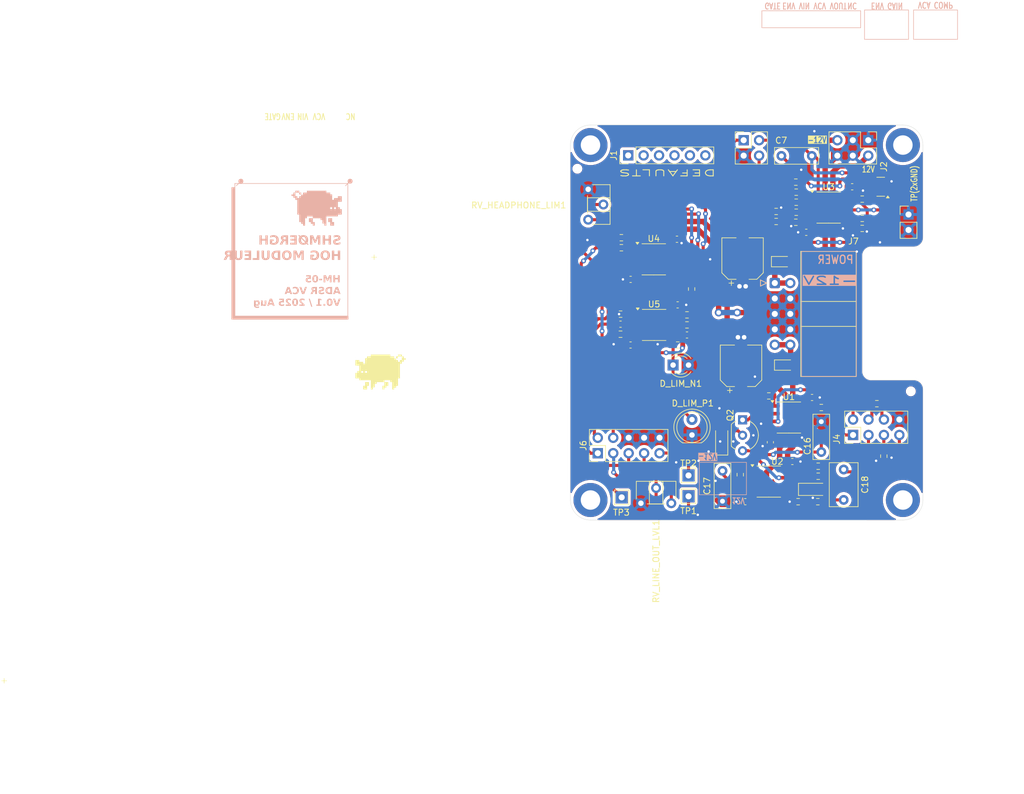
<source format=kicad_pcb>
(kicad_pcb (version 20241229) (generator "pcbnew") (generator_version "9.0")
  (layers (0 "F.Cu" signal) (2 "B.Cu" signal) (13 "F.Paste" user) (15 "B.Paste" user) (5 "F.SilkS" user "F.Silkscreen") (7 "B.SilkS" user "B.Silkscreen") (1 "F.Mask" user) (3 "B.Mask" user) (25 "Edge.Cuts" user))
  (net 0 "")
  (net 1 "GND")
  (net 2 "+12V")
  (net 3 "-12V")
  (net 4 "LFO_TRI")
  (net 5 "Net-(U3A--)")
  (net 6 "OUTPUT_VOL_2")
  (net 7 "Net-(U2B--)")
  (net 8 "Net-(U5A-+)")
  (net 9 "Net-(U5B--)")
  (net 10 "OUTPUT_LINE_OUT")
  (net 11 "Net-(Q2-S)")
  (net 12 "CRUSH_TRIG")
  (net 13 "Net-(U2A--)")
  (net 14 "Net-(D2-K)")
  (net 15 "Net-(D3-K)")
  (net 16 "Net-(D3-A)")
  (net 17 "Net-(D4-A)")
  (net 18 "Net-(D4-K)")
  (net 23 "Net-(D1-A)")
  (net 26 "RV_CRUSH_3")
  (net 27 "RV_CRUSH_1")
  (net 28 "CRUSH_OUT")
  (net 29 "RV_CRUSH_2")
  (net 30 "CRUSH_IN")
  (net 31 "CRUSH_TRIG_DEFAULT")
  (net 32 "LFO_RATE")
  (net 33 "LFO_SQR")
  (net 34 "OUTPUT_VOL_3")
  (net 35 "OUTPUT_IN")
  (net 36 "OUTPUT_DRIVE_3")
  (net 37 "OUTPUT_DRIVE_1")
  (net 38 "OUTPUT_PHONES_OUT")
  (net 39 "Net-(Q2-D)")
  (net 40 "Net-(Q4-B)")
  (net 41 "Net-(Q4-C)")
  (net 42 "Net-(U1B--)")
  (net 43 "Net-(U3A-+)")
  (net 44 "Net-(R26-Pad1)")
  (net 45 "Net-(U3B-+)")
  (net 46 "Net-(R12-Pad2)")
  (net 47 "Net-(R13-Pad2)")
  (net 48 "Net-(U4B--)")
  (net 49 "Net-(U4A--)")
  (net 50 "Net-(U4A-+)")
  (net 51 "Net-(D_LIM_N1-K)")
  (footprint "Resistor_SMD:R_0603_1608Metric" (layer "F.Cu") (at 172.006 59.367)
    (property "Reference" "R9")
    (property "Value" "47k")
  )
  (footprint "Package_SO:SOIC-8_3.9x4.9mm_P1.27mm" (layer "F.Cu") (at 137.768 76.893)
    (property "Reference" "U5")
    (property "Value" "TL072")
  )
  (footprint "Capacitor_SMD:C_0603_1608Metric" (layer "F.Cu") (at 162.8 61.653)
    (property "Reference" "C6")
    (property "Value" "100n")
  )
  (footprint "Capacitor_SMD:C_0603_1608Metric_Pad1.08x0.95mm_HandSolder" (layer "F.Cu") (at 132.242 76.766)
    (property "Reference" "C14")
    (property "Value" "1u")
  )
  (footprint "Resistor_SMD:R_0603_1608Metric" (layer "F.Cu") (at 172.007 56.192)
    (property "Reference" "R7")
    (property "Value" "10k")
  )
  (footprint "Capacitor_THT:C_Rect_L7.0mm_W2.5mm_P5.00mm" (layer "F.Cu") (at 163.711 49.08 180)
    (property "Reference" "C7")
    (property "Value" "22n-47n (foil)")
  )
  (footprint "Package_SO:SOIC-8_3.9x4.9mm_P1.27mm" (layer "F.Cu") (at 137.716 66.098)
    (property "Reference" "U4")
    (property "Value" "NE5532")
  )
  (footprint "Capacitor_SMD:C_0603_1608Metric" (layer "F.Cu") (at 170.355 54.16)
    (property "Reference" "C5")
    (property "Value" "100n")
  )
  (footprint "Diode_SMD:D_SOD-123" (layer "F.Cu") (at 148.892 95.943 90)
    (property "Reference" "D4")
    (property "Value" "1N4148")
  )
  (footprint "Resistor_SMD:R_0603_1608Metric" (layer "F.Cu") (at 132.255 75.115)
    (property "Reference" "R24")
    (property "Value" "47k")
  )
  (footprint "Resistor_SMD:R_0603_1608Metric" (layer "F.Cu") (at 156.639 88.577)
    (property "Reference" "R16")
    (property "Value" "1M")
  )
  (footprint "MountingHole:ToolingHole_1.152mm" (layer "F.Cu") (at 125.143 51.197)
    (property "Reference" "REF**" (hide yes))
    (property "Value" "ToolingHole_1.152mm")
  )
  (footprint "LED_THT:LED_D3.0mm" (layer "F.Cu") (at 140.891 83.497)
    (property "Reference" "D_LIM_N1")
    (property "Value" "Red LED")
  )
  (footprint "Resistor_SMD:R_0603_1608Metric" (layer "F.Cu") (at 132.382 64.193)
    (property "Reference" "R15")
    (property "Value" "100")
  )
  (footprint "MountingHole:MountingHole_3.2mm_M3_DIN965_Pad" (layer "F.Cu") (at 178.7 105.7)
    (property "Reference" "H2")
    (property "Value" "MountingHole")
  )
  (footprint "Package_TO_SOT_THT:TO-92_Inline_Wide" (layer "F.Cu") (at 152.321 92.514 -90)
    (property "Reference" "Q2")
    (property "Value" "2N3819")
  )
  (footprint "Capacitor_THT:C_Rect_L7.2mm_W2.5mm_P5.00mm_FKS2_FKP2_MKS2_MKP2" (layer "F.Cu") (at 149.019 100.896 -90)
    (property "Reference" "C17")
    (property "Value" "100n (foil)")
  )
  (footprint "Resistor_SMD:R_0603_1608Metric" (layer "F.Cu") (at 151.94 101.531 90)
    (property "Reference" "R18")
    (property "Value" "10k")
  )
  (footprint "TestPoint:TestPoint_THTPad_2.0x2.0mm_Drill1.0mm" (layer "F.Cu") (at 143.431 101.658)
    (property "Reference" "TP2")
    (property "Value" "MAINOUT")
  )
  (footprint "Capacitor_SMD:C_0603_1608Metric" (layer "F.Cu") (at 141.64 73.591)
    (property "Reference" "C10")
    (property "Value" "100n")
  )
  (footprint "MountingHole:MountingHole_3.2mm_M3_DIN965_Pad" (layer "F.Cu") (at 127.3 47.3)
    (property "Reference" "H1")
    (property "Value" "MountingHole")
  )
  (footprint "Resistor_SMD:R_0603_1608Metric" (layer "F.Cu") (at 161.149 58.351 180)
    (property "Reference" "R3")
    (property "Value" "100k")
  )
  (footprint "Connector_PinHeader_2.54mm:PinHeader_1x06_P2.54mm_Vertical" (layer "F.Cu") (at 133.5 49 90)
    (property "Reference" "J1")
    (property "Value" "Conn_01x06")
  )
  (footprint "Resistor_SMD:R_0603_1608Metric" (layer "F.Cu") (at 143.939 70.987 90)
    (property "Reference" "R13")
    (property "Value" "1k")
  )
  (footprint "Resistor_SMD:R_0603_1608Metric" (layer "F.Cu") (at 174.419 89.847 180)
    (property "Reference" "R19")
    (property "Value" "100k")
  )
  (footprint "Potentiometer_THT:Potentiometer_ACP_CA6-H2,5_Horizontal" (layer "F.Cu") (at 126.921 54.581)
    (property "Reference" "RV_HEADPHONE_LIM1")
    (property "Value" "100k")
  )
  (footprint "Connector_PinHeader_2.54mm:PinHeader_2x03_P2.54mm_Vertical" (layer "F.Cu") (at 173 46.5 -90)
    (property "Reference" "J2")
    (property "Value" "Conn_02x03_Odd_Even")
  )
  (footprint "TestPoint:TestPoint_THTPad_2.0x2.0mm_Drill1.0mm" (layer "F.Cu") (at 132.4328 105.2648)
    (property "Reference" "TP3")
    (property "Value" "PHONES_OUT")
  )
  (footprint "Resistor_SMD:R_0603_1608Metric" (layer "F.Cu") (at 157.845 58.224)
    (property "Reference" "R27")
    (property "Value" "47k")
  )
  (footprint "Diode_SMD:D_SOD-123" (layer "F.Cu") (at 163.878 103.944)
    (property "Reference" "D3")
    (property "Value" "1N4148")
  )
  (footprint "Capacitor_SMD:C_0603_1608Metric" (layer "F.Cu") (at 156.893 96.197 90)
    (property "Reference" "C2")
    (property "Value" "100n")
  )
  (footprint "Connector_PinHeader_2.54mm:PinHeader_2x04_P2.54mm_Vertical" (layer "F.Cu") (at 170.5 95 90)
    (property "Reference" "J4")
    (property "Value" "Conn_02x04_Odd_Even")
  )
  (footprint "Resistor_SMD:R_0603_1608Metric" (layer "F.Cu") (at 141.653 80.195)
    (property "Reference" "R25")
    (property "Value" "1k")
  )
  (footprint "Capacitor_SMD:C_0603_1608Metric" (layer "F.Cu") (at 160.511 99.372)
    (property "Reference" "C3")
    (property "Value" "100n")
  )
  (footprint "Capacitor_SMD:C_0603_1608Metric" (layer "F.Cu") (at 143.177 78.544)
    (property "Reference" "C15")
    (property "Value" "100p")
  )
  (footprint "Capacitor_THT:C_Rect_L7.0mm_W4.5mm_P5.00mm" (layer "F.Cu") (at 168.958 100.682 -90)
    (property "Reference" "C18")
    (property "Value" "1u (foil)")
  )
  (footprint "Capacitor_SMD:C_0603_1608Metric" (layer "F.Cu") (at 133.893 80.195)
    (property "Reference" "C11")
    (property "Value" "100n")
  )
  (footprint "Resistor_SMD:R_0603_1608Metric" (layer "F.Cu") (at 143.177 76.893 180)
    (property "Reference" "R11")
    (property "Value" "4.7k")
  )
  (footprint "TestPoint:TestPoint_THTPad_2.0x2.0mm_Drill1.0mm" (layer "F.Cu") (at 143.431 105.087)
    (property "Reference" "TP1")
    (property "Value" "MAX_LINEOUT")
  )
  (footprint "Resistor_SMD:R_0603_1608Metric" (layer "F.Cu") (at 157.845 59.875 180)
    (property "Reference" "R26")
    (property "Value" "12k")
  )
  (footprint "Resistor_SMD:R_0603_1608Metric" (layer "F.Cu") (at 172.006 61.018)
    (property "Reference" "R8")
    (property "Value" "47k")
  )
  (footprint "Connector_PinHeader_2.54mm:PinHeader_2x02_P2.54mm_Vertical" (layer "F.Cu") (at 152.5 46.5)
    (property "Reference" "J5")
    (property "Value" "Conn_02x02_Odd_Even")
  )
  (footprint "Capacitor_SMD:C_0603_1608Metric" (layer "F.Cu") (at 133.906 69.4)
    (property "Reference" "C13")
    (property "Value" "100n")
  )
  (footprint "Resistor_SMD:R_0603_1608Metric" (layer "F.Cu") (at 164.767 101.785 180)
    (property "Reference" "R1")
    (property "Value" "33k")
  )
  (footprint "Capacitor_SMD:CP_Elec_6.3x7.7" (layer "F.Cu") (at 152.067 83.624 90)
    (property "Reference" "C8")
    (property "Value" "100u")
  )
  (footprint "Connector_PinHeader_2.54mm:PinHeader_1x02_P2.54mm_Vertical" (layer "F.Cu") (at 179.626 58.727)
    (property "Reference" "J3")
    (property "Value" "Conn_01x02")
  )
  (footprint "LED_THT:LED_D5.0mm" (layer "F.Cu") (at 144 95 90)
    (property "Reference" "D_LIM_P1")
    (property "Value" "Red LED")
  )
  (footprint "Resistor_SMD:R_0603_1608Metric" (layer "F.Cu") (at 143.177 75.242 180)
    (property "Reference" "R12")
    (property "Value" "150")
  )
  (footprint "Diode_SMD:D_SOD-323" (layer "F.Cu") (at 158.671 66.479)
    (property "Reference" "D2")
    (property "Value" "1N5817")
  )
  (footprint "Package_SO:SOIC-8_3.9x4.9mm_P1.27mm" (layer "F.Cu") (at 166.483 57.589)
    (property "Reference" "U3")
    (property "Value" "TL072")
  )
  (footprint "MountingHole:MountingHole_3.2mm_M3_DIN965_Pad" (layer "F.Cu") (at 178.7 47.3)
    (property "Reference" "H4")
    (property "Value" "MountingHole")
  )
  (footprint "Shmoergh_Logo:Gyeszno" (layer "F.Cu") (at 92.758 84.64)
    (property "Reference" "G***" (hide yes))
    (property "Value" "LOGO" (hide yes))
  )
  (footprint "Resistor_SMD:R_0603_1608Metric" (layer "F.Cu") (at 161.149 56.7)
    (property "Reference" "R2")
    (property "Value" "100k")
  )
  (footprint "Package_SO:SOIC-8_3.9x4.9mm_P1.27mm" (layer "F.Cu") (at 159.941 92.133)
    (property "Reference" "U1")
    (property "Value" "TL072")
  )
  (footprint "Resistor_SMD:R_0603_1608Metric_Pad0.98x0.95mm_HandSolder" (layer "F.Cu") (at 132.242 78.417)
    (property "Reference" "R10")
    (property "Value" "100k")
  )
  (footprint "Connector_IDC:IDC-Header_2x05_P2.54mm_Horizontal" (layer "F.Cu") (at 157.6245 70)
    (property "Reference" "J7")
    (property "Value" "Conn_02x05_Odd_Even")
  )
  (footprint "Connector_PinHeader_2.54mm:PinHeader_2x05_P2.54mm_Vertical" (layer "F.Cu") (at 128.5 98 90)
    (property "Reference" "J6")
    (property "Value" "Conn_02x05_Odd_Even")
  )
  (footprint "Capacitor_THT:C_Rect_L7.2mm_W2.5mm_P5.00mm_FKS2_FKP2_MKS2_MKP2" (layer "F.Cu") (at 165.275 97.808 90)
    (property "Reference" "C16")
    (property "Value" "100n (foil)")
  )
  (footprint "Capacitor_SMD:CP_Elec_6.3x7.7" (layer "F.Cu") (at 152.321 65.971 90)
    (property "Reference" "C9")
    (property "Value" "100u")
  )
  (footprint "Resistor_SMD:R_0603_1608Metric" (layer "F.Cu") (at 161.084 53.398 180)
    (property "Reference" "R4")
    (property "Value" "100k")
  )
  (footprint "Resistor_SMD:R_0603_1608Metric" (layer "F.Cu") (at 161.146 55.049)
    (property "Reference" "R5")
    (property "Value" "100k")
  )
  (footprint "Diode_SMD:D_SOD-323" (layer "F.Cu") (at 159.179 83.497)
    (property "Reference" "D1")
    (property "Value" "1N5817")
  )
  (footprint "MountingHole:MountingHole_3.2mm_M3_DIN965_Pad" (layer "F.Cu") (at 127.3 105.7)
    (property "Reference" "H3")
    (property "Value" "MountingHole")
  )
  (footprint "Package_SO:SOIC-8_3.9x4.9mm_P1.27mm" (layer "F.Cu") (at 156.639 102.674)
    (property "Reference" "U2")
    (property "Value" "TL072")
  )
  (footprint "Resistor_SMD:R_0603_1608Metric" (layer "F.Cu") (at 164.767 100.134 180)
    (property "Reference" "R22")
    (property "Value" "100k")
  )
  (footprint "Resistor_SMD:R_0603_1608Metric" (layer "F.Cu") (at 132.382 62.542)
    (property "Reference" "R14")
    (property "Value" "100")
  )
  (footprint "MountingHole:ToolingHole_1.152mm" (layer "F.Cu") (at 180.007 87.815)
    (property "Reference" "REF**" (hide yes))
    (property "Value" "ToolingHole_1.152mm")
  )
  (footprint "Potentiometer_THT:Potentiometer_ACP_CA6-H2,5_Horizontal" (layer "F.Cu") (at 135.597 106.23 90)
    (property "Reference" "RV_LINE_OUT_LVL1")
    (property "Value" "10k")
  )
  (footprint "Resistor_SMD:R_0603_1608Metric" (layer "F.Cu") (at 165.275 90.482)
    (property "Reference" "R17")
    (property "Value" "1k")
  )
  (footprint "Capacitor_SMD:C_0603_1608Metric" (layer "F.Cu") (at 141.526 62.796)
    (property "Reference" "C12")
    (property "Value" "100n")
  )
  (footprint "Resistor_SMD:R_0603_1608Metric" (layer "F.Cu") (at 161.465 105.976)
    (property "Reference" "R23")
    (property "Value" "100k")
  )
  (footprint "Capacitor_SMD:C_0603_1608Metric" (layer "F.Cu") (at 152.764 105.976)
    (property "Reference" "C4")
    (property "Value" "100n")
  )
  (footprint "Package_TO_SOT_SMD:SOT-23" (layer "F.Cu") (at 175.054 54.16 180)
    (property "Reference" "Q4")
    (property "Value" "BC848")
  )
  (footprint "Resistor_SMD:R_0603_1608Metric" (layer "F.Cu") (at 164.704 105.976)
    (property "Reference" "R21")
    (property "Value" "100k")
  )
  (footprint "Resistor_SMD:R_0603_1608Metric" (layer "F.Cu") (at 175.562 98.483 90)
    (property "Reference" "R20")
    (property "Value" "10k")
  )
  (footprint "Resistor_SMD:R_0603_1608Metric" (layer "F.Cu") (at 161.085 60.002 180)
    (property "Reference" "R6")
    (property "Value" "100k")
  )
  (footprint "Capacitor_SMD:C_0603_1608Metric" (layer "F.Cu") (at 163.751 88.831)
    (property "Reference" "C1")
    (property "Value" "100n")
  )
  (footprint "Shmoergh_Logo:Gyeszno" (layer "B.Cu") (at 82.25 57.689 180)
    (property "Reference" "G***" (hide yes))
    (property "Value" "LOGO" (hide yes))
  )
  (gr_rect (start 145.209 99.499) (end 152.956 104.833) (stroke (width 0.1)) (fill no) (layer "B.SilkS"))
  (gr_rect (start 162.0365 64.786) (end 171.0535 85.36) (stroke (width 0.1)) (fill no) (layer "B.SilkS"))
  (gr_line (start 155.242 70.501) (end 155.242 69.485) (stroke (width 0.1)) (layer "B.SilkS"))
  (gr_line (start 87 54) (end 87.75 53.25) (stroke (width 0.1)) (layer "B.SilkS"))
  (gr_line (start 87.375 75.43475) (end 68.788 75.43475) (stroke (width 0.1)) (layer "B.SilkS"))
  (gr_line (start 156.258 69.993) (end 155.242 70.501) (stroke (width 0.1)) (layer "B.SilkS"))
  (gr_circle (center 69.778 53.25) (end 69.528 53) (stroke (width 0.1)) (fill yes) (layer "B.SilkS"))
  (gr_rect (start 180.4515 25.077) (end 187.6905 29.903) (stroke (width 0.1)) (fill no) (layer "B.SilkS"))
  (gr_rect (start 68.28 54.287125) (end 68.78 75.486125) (stroke (width 0.1)) (fill yes) (layer "B.SilkS"))
  (gr_circle (center 87.75 53.25) (end 87.5 53) (stroke (width 0.1)) (fill yes) (layer "B.SilkS"))
  (gr_line (start 87.375 53.625) (end 87.375 75.43475) (stroke (width 0.1)) (layer "B.SilkS"))
  (gr_line (start 87.375 53.625) (end 68.788 53.625) (stroke (width 0.1)) (layer "B.SilkS"))
  (gr_rect (start 155.496 25.204) (end 171.752 27.998) (stroke (width 0.1)) (fill no) (layer "B.SilkS"))
  (gr_line (start 155.242 69.485) (end 156.258 69.993) (stroke (width 0.1)) (layer "B.SilkS"))
  (gr_rect (start 172.387 25.077) (end 179.626 29.903) (stroke (width 0.1)) (fill no) (layer "B.SilkS"))
  (gr_line (start 69.028 54) (end 69.778 53.25) (stroke (width 0.1)) (layer "B.SilkS"))
  (gr_rect (start 68.28 75.486125) (end 87.419 75.959875) (stroke (width 0.1)) (fill yes) (layer "B.SilkS"))
  (gr_line (start 68.788 75.469) (end 68.788 53.625) (stroke (width 0.1)) (layer "B.SilkS"))
  (gr_arc (start 182 105.7) (mid 181.033452 108.033452) (end 178.7 109) (stroke (width 0.05)) (layer "Edge.Cuts"))
  (gr_line (start 173.5 64) (end 180.5 64) (stroke (width 0.05)) (layer "Edge.Cuts"))
  (gr_line (start 127.3 44) (end 178.7 44) (stroke (width 0.05)) (layer "Edge.Cuts"))
  (gr_arc (start 178.7 44) (mid 181.033452 44.966548) (end 182 47.3) (stroke (width 0.05)) (layer "Edge.Cuts"))
  (gr_arc (start 172 65.5) (mid 172.43934 64.43934) (end 173.5 64) (stroke (width 0.05)) (layer "Edge.Cuts"))
  (gr_line (start 172 84.5) (end 172 65.5) (stroke (width 0.05)) (layer "Edge.Cuts"))
  (gr_line (start 180.5 86) (end 173.5 86) (stroke (width 0.05)) (layer "Edge.Cuts"))
  (gr_arc (start 127.3 109) (mid 124.966548 108.033452) (end 124 105.7) (stroke (width 0.05)) (layer "Edge.Cuts"))
  (gr_line (start 178.7 109) (end 127.3 109) (stroke (width 0.05)) (layer "Edge.Cuts"))
  (gr_arc (start 124 47.3) (mid 124.966548 44.966548) (end 127.3 44) (stroke (width 0.05)) (layer "Edge.Cuts"))
  (gr_line (start 124 47.3) (end 124 105.7) (stroke (width 0.05)) (layer "Edge.Cuts"))
  (gr_arc (start 180.5 86) (mid 181.56066 86.43934) (end 182 87.5) (stroke (width 0.05)) (layer "Edge.Cuts"))
  (gr_arc (start 173.5 86) (mid 172.43934 85.56066) (end 172 84.5) (stroke (width 0.05)) (layer "Edge.Cuts"))
  (gr_line (start 182 87.5) (end 182 105.7) (stroke (width 0.05)) (layer "Edge.Cuts"))
  (gr_arc (start 182 62.5) (mid 181.56066 63.56066) (end 180.5 64) (stroke (width 0.05)) (layer "Edge.Cuts"))
  (gr_line (start 182 47.3) (end 182 62.5) (stroke (width 0.05)) (layer "Edge.Cuts"))
  (gr_text "+" (at 30.147 135.948 0) (layer "F.SilkS") (effects (font (size 1 1) (thickness 0.1)) (justify left bottom)))
  (gr_text "ENV" (at 77.54 42 180) (layer "F.SilkS") (effects (font (size 1 0.75) (thickness 0.15) (bold yes)) (justify bottom)))
  (gr_text "NC" (at 87.827 42 180) (layer "F.SilkS") (effects (font (size 1 0.75) (thickness 0.15) (bold yes)) (justify bottom)))
  (gr_text "GATE" (at 75 42 180) (layer "F.SilkS") (effects (font (size 1 0.75) (thickness 0.15) (bold yes)) (justify bottom)))
  (gr_text "DEFAULTS" (at 148.13 51.239 180) (layer "F.SilkS") (effects (font (size 1 2.25) (thickness 0.15) (bold yes)) (justify left bottom)))
  (gr_text "TP(2xGND)" (at 181.15 56.7 90) (layer "F.SilkS") (effects (font (size 1 0.75) (thickness 0.15) (bold yes)) (justify left bottom)))
  (gr_text "12V" (at 171.879 51.874 0) (layer "F.SilkS") (effects (font (size 1 0.75) (thickness 0.15) (bold yes)) (justify left bottom)))
  (gr_text "+" (at 91.02 66.265 0) (layer "F.SilkS") (effects (font (size 1 1) (thickness 0.1)) (justify left bottom)))
  (gr_text "VIN" (at 79.953 42 180) (layer "F.SilkS") (effects (font (size 1 0.75) (thickness 0.15) (bold yes)) (justify bottom)))
  (gr_text "VCV" (at 82.625 42 180) (layer "F.SilkS") (effects (font (size 1 0.75) (thickness 0.15) (bold yes)) (justify bottom)))
  (gr_text "-12V" (at 162.989 47.048 0) (layer "F.SilkS" knockout) (effects (font (size 1 0.75) (thickness 0.15) (bold yes)) (justify left bottom)))
  (gr_text "VOUT" (at 168.069 23.807 180) (layer "B.SilkS") (effects (font (size 1 0.75) (thickness 0.15) (bold yes)) (justify bottom mirror)))
  (gr_text "ENV GAIN" (at 176.07 23.807 180) (layer "B.SilkS") (effects (font (size 1 0.75) (thickness 0.15) (bold yes)) (justify bottom mirror)))
  (gr_text "SHMØERGH \nHOG MODULEUR" (at 86.314 66.452 0) (layer "B.SilkS") (effects (font (size 1.5 1.5) (thickness 0.28) (bold yes)) (justify left bottom mirror)))
  (gr_text "NC" (at 170.355 23.807 180) (layer "B.SilkS") (effects (font (size 1 0.75) (thickness 0.15) (bold yes)) (justify bottom mirror)))
  (gr_text "VCA COMP" (at 184.071 23.68 180) (layer "B.SilkS") (effects (font (size 1 0.75) (thickness 0.15) (bold yes)) (justify bottom mirror)))
  (gr_text "VCV" (at 165.021 23.807 180) (layer "B.SilkS") (effects (font (size 1 0.75) (thickness 0.15) (bold yes)) (justify bottom mirror)))
  (gr_text "-12V" (at 146.5425 97.975 180) (layer "B.SilkS" knockout) (effects (font (size 1 0.75) (thickness 0.15) (bold yes)) (justify bottom mirror)))
  (gr_text "12V" (at 151.6225 105.214 180) (layer "B.SilkS") (effects (font (size 1 0.75) (thickness 0.15) (bold yes)) (justify bottom mirror)))
  (gr_text "VIN" (at 162.481 23.807 180) (layer "B.SilkS") (effects (font (size 1 0.75) (thickness 0.15) (bold yes)) (justify bottom mirror)))
  (gr_text "HM-05\nADSR VCA\nV0.1 / 2025 Aug" (at 86.187 73.945 0) (layer "B.SilkS") (effects (font (size 1.15 1.15) (thickness 0.2) (bold yes)) (justify left bottom mirror)))
  (gr_text "GATE" (at 157.274 23.807 180) (layer "B.SilkS") (effects (font (size 1 0.75) (thickness 0.15) (bold yes)) (justify bottom mirror)))
  (gr_text "ENV" (at 159.941 23.807 180) (layer "B.SilkS") (effects (font (size 1 0.75) (thickness 0.15) (bold yes)) (justify bottom mirror)))
  (gr_text "-12V" (at 171.4345 70.374 0) (layer "B.SilkS" knockout) (effects (font (size 1.3 2.25) (thickness 0.25) (bold yes)) (justify left bottom mirror)))
  (gr_text "POWER" (at 170.6725 66.945 0) (layer "B.SilkS") (effects (font (size 1.35 1.15) (thickness 0.2) (bold yes)) (justify left bottom mirror)))
  (via (at 146.733 97.721) (size 0.8) (drill 0.4) (layers "F.Cu" "B.Cu") (net 1))
  (via (at 151.559 78.925) (size 1.27) (drill 0.75) (layers "F.Cu" "B.Cu") (net 1))
  (via (at 151.813 70.543) (size 1.27) (drill 0.75) (layers "F.Cu" "B.Cu") (net 1))
  (via (at 147.876 102.547) (size 0.8) (drill 0.4) (layers "F.Cu" "B.Cu") (net 1))
  (via (at 143.05 73.591) (size 0.8) (drill 0.4) (layers "F.Cu" "B.Cu") (net 1))
  (via (at 160.322 60.637) (size 0.8) (drill 0.4) (layers "F.Cu" "B.Cu") (net 1))
  (via (at 148.511 90.609) (size 0.8) (drill 0.4) (layers "F.Cu" "B.Cu") (net 1))
  (via (at 176.832 98.737) (size 0.8) (drill 0.4) (layers "F.Cu" "B.Cu") (net 1))
  (via (at 131.112 80.068) (size 0.8) (drill 0.4) (layers "F.Cu" "B.Cu") (net 1))
  (via (at 150.797 96.07) (size 0.8) (drill 0.4) (layers "F.Cu" "B.Cu") (net 1))
  (via (at 148.638 96.07) (size 0.8) (drill 0.4) (layers "F.Cu" "B.Cu") (net 1))
  (via (at 158.671 57.589) (size 0.8) (drill 0.4) (layers "F.Cu" "B.Cu") (net 1))
  (via (at 154.353 85.402) (size 0.8) (drill 0.4) (layers "F.Cu" "B.Cu") (net 1))
  (via (at 132.636 69.4) (size 0.8) (drill 0.4) (layers "F.Cu" "B.Cu") (net 1))
  (via (at 144.955 108.135) (size 0.8) (drill 0.4) (layers "F.Cu" "B.Cu") (net 1))
  (via (at 155.369 93.149) (size 0.8) (drill 0.4) (layers "F.Cu" "B.Cu") (net 1))
  (via (at 163.878 105.341) (size 0.8) (drill 0.4) (layers "F.Cu" "B.Cu") (net 1))
  (via (at 151.305 105.976) (size 0.8) (drill 0.4) (layers "F.Cu" "B.Cu") (net 1))
  (via (at 161.846 99.372) (size 0.8) (drill 0.4) (layers "F.Cu" "B.Cu") (net 1))
  (via (at 165.021 88.831) (size 0.8) (drill 0.4) (layers "F.Cu" "B.Cu") (net 1))
  (via (at 141.399 99.499) (size 0.8) (drill 0.4) (layers "F.Cu" "B.Cu") (net 1))
  (via (at 145.082 99.245) (size 0.8) (drill 0.4) (layers "F.Cu" "B.Cu") (net 1))
  (via (at 176.832 53.271) (size 0.8) (drill 0.4) (layers "F.Cu" "B.Cu") (net 1))
  (via (at 138.351 80.068) (size 0.8) (drill 0.4) (layers "F.Cu" "B.Cu") (net 1))
  (via (at 168.831 61.018) (size 0.8) (drill 0.4) (layers "F.Cu" "B.Cu") (net 1))
  (via (at 132.001 75.115) (size 0.8) (drill 0.4) (layers "F.Cu" "B.Cu") (net 1))
  (via (at 171.117 64.828) (size 0.8) (drill 0.4) (layers "F.Cu" "B.Cu") (net 1))
  (via (at 154.099 95.054) (size 0.8) (drill 0.4) (layers "F.Cu" "B.Cu") (net 1))
  (via (at 152.829 70.543) (size 1.27) (drill 0.75) (layers "F.Cu" "B.Cu") (net 1))
  (via (at 160.068 105.976) (size 0.8) (drill 0.4) (layers "F.Cu" "B.Cu") (net 1))
  (via (at 174.292 99.245) (size 0.8) (drill 0.4) (layers "F.Cu" "B.Cu") (net 1))
  (via (at 170.482 62.161) (size 0.8) (drill 0.4) (layers "F.Cu" "B.Cu") (net 1))
  (via (at 172.768 61.526) (size 0.8) (drill 0.4) (layers "F.Cu" "B.Cu") (net 1))
  (via (at 155.623 96.832) (size 0.8) (drill 0.4) (layers "F.Cu" "B.Cu") (net 1))
  (via (at 126.794 62.923) (size 0.8) (drill 0.4) (layers "F.Cu" "B.Cu") (net 1))
  (via (at 161.973 51.366) (size 0.8) (drill 0.4) (layers "F.Cu" "B.Cu") (net 1))
  (via (at 172.133 54.795) (size 0.8) (drill 0.4) (layers "F.Cu" "B.Cu") (net 1))
  (via (at 174.927 63.304) (size 0.8) (drill 0.4) (layers "F.Cu" "B.Cu") (net 1))
  (via (at 161.465 61.653) (size 0.8) (drill 0.4) (layers "F.Cu" "B.Cu") (net 1))
  (via (at 152.575 78.925) (size 1.27) (drill 0.75) (layers "F.Cu" "B.Cu") (net 1))
  (via (at 146.987 66.098) (size 0.8) (drill 0.4) (layers "F.Cu" "B.Cu") (net 1))
  (via (at 162.1 95.435) (size 0.8) (drill 0.4) (layers "F.Cu" "B.Cu") (net 1))
  (via (at 164.132 45.016) (size 0.8) (drill 0.4) (layers "F.Cu" "B.Cu") (net 1))
  (via (at 142.288 63.431) (size 0.8) (drill 0.4) (layers "F.Cu" "B.Cu") (net 1))
  (segment (start 163.37 70.797) (end 167.18 66.987) (width 0.889) (layer "F.Cu") (net 2))
  (segment (start 171.309 50.731) (end 173 49.04) (width 0.889) (layer "F.Cu") (net 2))
  (segment (start 160.576 85.783) (end 162.481 85.783) (width 0.889) (layer "F.Cu") (net 2))
  (segment (start 140.891 74.353) (end 140.891 73.617) (width 0.889) (layer "F.Cu") (net 2))
  (segment (start 162.481 85.783) (end 163.37 84.894) (width 0.889) (layer "F.Cu") (net 2))
  (segment (start 138.351 64.193) (end 138.351 74.353) (width 0.889) (layer "F.Cu") (net 2))
  (segment (start 159.736 99.372) (end 159.736 100.147) (width 0.889) (layer "F.Cu") (net 2))
  (segment (start 140.256 74.988) (end 140.891 74.353) (width 0.889) (layer "F.Cu") (net 2))
  (segment (start 154.353 83.497) (end 158.129 83.497) (width 0.889) (layer "F.Cu") (net 2))
  (segment (start 148.384 64.574) (end 144.955 61.145) (width 0.889) (layer "F.Cu") (net 2))
  (segment (start 138.986 74.988) (end 140.243 74.988) (width 0.889) (layer "F.Cu") (net 2))
  (segment (start 140.243 74.988) (end 140.256 74.988) (width 0.889) (layer "F.Cu") (net 2))
  (segment (start 162.976 89.668) (end 162.416 90.228) (width 0.889) (layer "F.Cu") (net 2))
  (segment (start 140.891 73.617) (end 140.865 73.591) (width 0.889) (layer "F.Cu") (net 2))
  (segment (start 168.958 55.684) (end 167.18 55.684) (width 0.889) (layer "F.Cu") (net 2))
  (segment (start 162.976 88.831) (end 162.976 89.668) (width 0.889) (layer "F.Cu") (net 2))
  (segment (start 138.351 61.78) (end 138.351 64.193) (width 0.889) (layer "F.Cu") (net 2))
  (segment (start 159.736 97.799) (end 159.736 99.372) (width 0.889) (layer "F.Cu") (net 2))
  (segment (start 158.129 84.987) (end 158.925 85.783) (width 0.889) (layer "F.Cu") (net 2))
  (segment (start 160.576 85.783) (end 160.576 90.228) (width 0.889) (layer "F.Cu") (net 2))
  (segment (start 152.067 84.386) (end 152.956 83.497) (width 0.889) (layer "F.Cu") (net 2))
  (segment (start 168.196 50.731) (end 171.309 50.731) (width 0.889) (layer "F.Cu") (net 2))
  (segment (start 167.18 66.987) (end 167.18 55.684) (width 0.889) (layer "F.Cu") (net 2))
  (segment (start 153.083 74.861) (end 151.432 74.861) (width 0.889) (layer "F.Cu") (net 2))
  (segment (start 163.37 84.894) (end 163.37 70.797) (width 0.889) (layer "F.Cu") (net 2))
  (segment (start 163.942 100.134) (end 162.989 100.134) (width 0.508) (layer "F.Cu") (net 2))
  (segment (start 159.736 100.147) (end 159.114 100.769) (width 0.889) (layer "F.Cu") (net 2))
  (segment (start 162.989 100.134) (end 162.354 100.769) (width 0.508) (layer "F.Cu") (net 2))
  (segment (start 154.353 76.131) (end 153.21 74.988) (width 0.889) (layer "F.Cu") (net 2))
  (segment (start 152.067 86.324) (end 152.067 84.386) (width 0.889) (layer "F.Cu") (net 2))
  (segment (start 167.18 55.684) (end 167.18 51.747) (width 0.889) (layer "F.Cu") (net 2))
  (segment (start 160.576 90.228) (end 160.576 96.959) (width 0.889) (layer "F.Cu") (net 2))
  (segment (start 169.58 54.16) (end 169.58 55.062) (width 0.889) (layer "F.Cu") (net 2))
  (segment (start 158.129 83.497) (end 158.129 84.987) (width 0.889) (layer "F.Cu") (net 2))
  (segment (start 148.384 74.861) (end 148.384 64.574) (width 0.889) (layer "F.Cu") (net 2))
  (segment (start 162.416 90.228) (end 160.576 90.228) (width 0.889) (layer "F.Cu") (net 2))
  (segment (start 160.576 96.959) (end 159.736 97.799) (width 0.889) (layer "F.Cu") (net 2))
  (segment (start 153.21 74.988) (end 153.083 74.861) (width 0.889) (layer "F.Cu") (net 2))
  (segment (start 138.986 61.145) (end 138.351 61.78) (width 0.889) (layer "F.Cu") (net 2))
  (segment (start 140.191 64.193) (end 140.191 63.356) (width 0.889) (layer "F.Cu") (net 2))
  (segment (start 167.18 51.747) (end 168.196 50.731) (width 0.889) (layer "F.Cu") (net 2))
  (segment (start 140.191 63.356) (end 140.751 62.796) (width 0.889) (layer "F.Cu") (net 2))
  (segment (start 162.354 100.769) (end 159.114 100.769) (width 0.508) (layer "F.Cu") (net 2))
  (segment (start 138.351 64.193) (end 140.191 64.193) (width 0.889) (layer "F.Cu") (net 2))
  (segment (start 169.58 55.062) (end 168.958 55.684) (width 0.889) (layer "F.Cu") (net 2))
  (segment (start 138.351 74.353) (end 138.986 74.988) (width 0.889) (layer "F.Cu") (net 2))
  (segment (start 154.353 83.497) (end 154.353 76.131) (width 0.889) (layer "F.Cu") (net 2))
  (segment (start 144.955 61.145) (end 138.986 61.145) (width 0.889) (layer "F.Cu") (net 2))
  (segment (start 158.925 85.783) (end 160.576 85.783) (width 0.889) (layer "F.Cu") (net 2))
  (segment (start 152.956 83.497) (end 154.353 83.497) (width 0.889) (layer "F.Cu") (net 2))
  (via (at 151.432 74.861) (size 1.27) (drill 0.75) (layers "F.Cu" "B.Cu") (net 2))
  (via (at 148.384 74.861) (size 1.27) (drill 0.75) (layers "F.Cu" "B.Cu") (net 2))
  (segment (start 151.432 74.861) (end 148.384 74.861) (width 0.889) (layer "B.Cu") (net 2))
  (segment (start 156.893 95.422) (end 156.893 94.611) (width 0.889) (layer "F.Cu") (net 3))
  (segment (start 163.575 59.927) (end 164.008 59.494) (width 0.889) (layer "F.Cu") (net 3))
  (segment (start 159.486 88.503) (end 157.909 86.926) (width 0.889) (layer "F.Cu") (net 3))
  (segment (start 134.668 79.306) (end 134.668 80.195) (width 0.889) (layer "F.Cu") (net 3))
  (segment (start 153.21 89.085) (end 150.67 89.085) (width 0.889) (layer "F.Cu") (net 3))
  (segment (start 155.496 104.579) (end 156.258 103.817) (width 0.889) (layer "F.Cu") (net 3))
  (segment (start 166.585 46.5) (end 165.91 47.175) (width 0.889) (layer "F.Cu") (net 3))
  (segment (start 138.478 59.875) (end 137.081 61.272) (width 0.889) (layer "F.Cu") (net 3))
  (segment (start 135.241 68.003) (end 135.176 68.003) (width 0.889) (layer "F.Cu") (net 3))
  (segment (start 157.909 86.926) (end 155.369 86.926) (width 0.889) (layer "F.Cu") (net 3))
  (segment (start 153.591 105.924) (end 153.539 105.976) (width 0.889) (layer "F.Cu") (net 3))
  (segment (start 154.164 104.579) (end 155.496 104.579) (width 0.889) (layer "F.Cu") (net 3))
  (segment (start 152.321 63.271) (end 156.479 63.271) (width 0.889) (layer "F.Cu") (net 3))
  (segment (start 137.081 68.003) (end 137.081 78.417) (width 0.889) (layer "F.Cu") (net 3))
  (segment (start 135.241 68.003) (end 137.081 68.003) (width 0.889) (layer "F.Cu") (net 3))
  (segment (start 165.91 59.494) (end 165.91 65.59) (width 0.889) (layer "F.Cu") (net 3))
  (segment (start 156.258 101.137692) (end 158.417 98.978692) (width 0.889) (layer "F.Cu") (net 3))
  (segment (start 165.021 66.479) (end 159.721 66.479) (width 0.889) (layer "F.Cu") (net 3))
  (segment (start 154.164 104.579) (end 154.099 104.579) (width 0.889) (layer "F.Cu") (net 3))
  (segment (start 167.92 46.5) (end 166.585 46.5) (width 0.889) (layer "F.Cu") (net 3))
  (segment (start 149.781 63.398) (end 149.908 63.271) (width 0.889) (layer "F.Cu") (net 3))
  (segment (start 156.258 103.817) (end 156.258 101.137692) (width 0.889) (layer "F.Cu") (net 3))
  (segment (start 159.486 94.038) (end 157.466 94.038) (width 0.889) (layer "F.Cu") (net 3))
  (segment (start 137.081 61.272) (end 137.081 68.003) (width 0.889) (layer "F.Cu") (net 3))
  (segment (start 137.081 78.417) (end 136.7 78.798) (width 0.889) (layer "F.Cu") (net 3))
  (segment (start 149.908 63.271) (end 149.24 63.271) (width 0.889) (layer "F.Cu") (net 3))
  (segment (start 135.176 68.003) (end 134.668 68.511) (width 0.889) (layer "F.Cu") (net 3))
  (segment (start 155.369 86.926) (end 153.21 89.085) (width 0.889) (layer "F.Cu") (net 3))
  (segment (start 159.486 94.038) (end 159.486 88.503) (width 0.889) (layer "F.Cu") (net 3))
  (segment (start 150.67 89.085) (end 149.781 88.196) (width 0.889) (layer "F.Cu") (net 3))
  (segment (start 149.781 88.196) (end 149.781 63.398) (width 0.889) (layer "F.Cu") (net 3))
  (segment (start 156.893 94.611) (end 157.466 94.038) (width 0.889) (layer "F.Cu") (net 3))
  (segment (start 145.844 59.875) (end 138.478 59.875) (width 0.889) (layer "F.Cu") (net 3))
  (segment (start 159.486 96.017) (end 159.486 94.038) (width 0.889) (layer "F.Cu") (net 3))
  (segment (start 158.417 97.086) (end 159.486 96.017) (width 0.889) (layer "F.Cu") (net 3))
  (segment (start 156.479 63.271) (end 159.687 66.479) (width 0.889) (layer "F.Cu") (net 3))
  (segment (start 135.176 78.798) (end 134.668 79.306) (width 0.889) (layer "F.Cu") (net 3))
  (segment (start 163.575 61.653) (end 163.575 59.927) (width 0.889) (layer "F.Cu") (net 3))
  (segment (start 158.417 98.978692) (end 158.417 97.086) (width 0.889) (layer "F.Cu") (net 3))
  (segment (start 136.7 78.798) (end 135.293 78.798) (width 0.889) (layer "F.Cu") (net 3))
  (segment (start 165.91 47.175) (end 165.91 59.494) (width 0.889) (layer "F.Cu") (net 3))
  (segment (start 153.591 105.087) (end 153.591 105.924) (width 0.889) (layer "F.Cu") (net 3))
  (segment (start 149.24 63.271) (end 145.844 59.875) (width 0.889) (layer "F.Cu") (net 3))
  (segment (start 154.099 104.579) (end 153.591 105.087) (width 0.889) (layer "F.Cu") (net 3))
  (segment (start 164.008 59.494) (end 165.91 59.494) (width 0.889) (layer "F.Cu") (net 3))
  (segment (start 135.293 78.798) (end 135.176 78.798) (width 0.889) (layer "F.Cu") (net 3))
  (segment (start 152.321 63.271) (end 149.908 63.271) (width 0.889) (layer "F.Cu") (net 3))
  (segment (start 165.91 65.59) (end 165.021 66.479) (width 0.889) (layer "F.Cu") (net 3))
  (segment (start 134.668 69.387) (end 134.681 69.4) (width 0.889) (layer "F.Cu") (net 3))
  (segment (start 134.668 68.511) (end 134.668 69.387) (width 0.889) (layer "F.Cu") (net 3))
  (segment (start 159.687 66.479) (end 159.721 66.479) (width 0.889) (layer "F.Cu") (net 3))
  (segment (start 173.911 57.97) (end 175.689 57.97) (width 0.508) (layer "F.Cu") (net 4))
  (segment (start 168.958 58.224) (end 170.101 58.224) (width 0.508) (layer "F.Cu") (net 4))
  (segment (start 161.131 46.5) (end 163.711 49.08) (width 0.508) (layer "F.Cu") (net 4))
  (segment (start 155.04 46.5) (end 161.131 46.5) (width 0.508) (layer "F.Cu") (net 4))
  (segment (start 177.34 51.874) (end 168.704 51.874) (width 0.508) (layer "F.Cu") (net 4))
  (segment (start 170.355 57.97) (end 171.371 57.97) (width 0.508) (layer "F.Cu") (net 4))
  (segment (start 178.229 52.763) (end 177.34 51.874) (width 0.508) (layer "F.Cu") (net 4))
  (segment (start 178.229 55.43) (end 178.229 52.763) (width 0.508) (layer "F.Cu") (net 4))
  (segment (start 164.008 55.684) (end 164.767 54.925) (width 0.508) (layer "F.Cu") (net 4))
  (segment (start 170.101 58.224) (end 170.355 57.97) (width 0.508) (layer "F.Cu") (net 4))
  (segment (start 164.132 49.08) (end 163.711 49.08) (width 0.508) (layer "F.Cu") (net 4))
  (segment (start 164.767 54.925) (end 164.767 49.715) (width 0.508) (layer "F.Cu") (net 4))
  (segment (start 175.689 57.97) (end 178.229 55.43) (width 0.508) (layer "F.Cu") (net 4))
  (segment (start 164.767 49.715) (end 164.132 49.08) (width 0.508) (layer "F.Cu") (net 4))
  (via (at 171.371 57.97) (size 0.8) (drill 0.4) (layers "F.Cu" "B.Cu") (net 4))
  (via (at 173.911 57.97) (size 0.8) (drill 0.4) (layers "F.Cu" "B.Cu") (net 4))
  (via (at 168.704 51.874) (size 0.8) (drill 0.4) (layers "F.Cu" "B.Cu") (net 4))
  (segment (start 164.259 51.874) (end 163.711 51.326) (width 0.508) (layer "B.Cu") (net 4))
  (segment (start 163.711 51.326) (end 163.711 49.08) (width 0.508) (layer "B.Cu") (net 4))
  (segment (start 168.704 51.874) (end 164.259 51.874) (width 0.508) (layer "B.Cu") (net 4))
  (segment (start 171.371 57.97) (end 173.911 57.97) (width 0.508) (layer "B.Cu") (net 4))
  (segment (start 160.259 50.628) (end 158.711 49.08) (width 0.508) (layer "F.Cu") (net 5))
  (segment (start 161.974 56.7) (end 161.972 56.7) (width 0.508) (layer "F.Cu") (net 5))
  (segment (start 161.972 56.7) (end 160.321 55.049) (width 0.508) (layer "F.Cu") (net 5))
  (segment (start 160.259 54.987) (end 160.259 53.398) (width 0.508) (layer "F.Cu") (net 5))
  (segment (start 164.008 56.954) (end 162.228 56.954) (width 0.508) (layer "F.Cu") (net 5))
  (segment (start 160.259 55.111) (end 160.321 55.049) (width 0.508) (layer "F.Cu") (net 5))
  (segment (start 160.321 55.049) (end 160.259 54.987) (width 0.508) (layer "F.Cu") (net 5))
  (segment (start 162.228 56.954) (end 161.974 56.7) (width 0.508) (layer "F.Cu") (net 5))
  (segment (start 160.259 53.398) (end 160.259 50.628) (width 0.508) (layer "F.Cu") (net 5))
  (segment (start 127.937 94.897) (end 128.5 95.46) (width 0.508) (layer "F.Cu") (net 6))
  (segment (start 127.937 77.782) (end 127.937 94.897) (width 0.508) (layer "F.Cu") (net 6))
  (segment (start 131.3795 76.766) (end 128.953 76.766) (width 0.508) (layer "F.Cu") (net 6))
  (segment (start 128.953 76.766) (end 127.937 77.782) (width 0.508) (layer "F.Cu") (net 6))
  (segment (start 160.449 103.309) (end 161.973 101.785) (width 0.508) (layer "F.Cu") (net 7))
  (segment (start 159.114 103.309) (end 160.449 103.309) (width 0.508) (layer "F.Cu") (net 7))
  (segment (start 165.592 100.134) (end 165.592 100.135) (width 0.508) (layer "F.Cu") (net 7))
  (segment (start 165.592 100.135) (end 163.942 101.785) (width 0.508) (layer "F.Cu") (net 7))
  (segment (start 161.973 101.785) (end 163.942 101.785) (width 0.508) (layer "F.Cu") (net 7))
  (segment (start 135.293 77.528) (end 133.1545 77.528) (width 0.508) (layer "F.Cu") (net 8))
  (segment (start 133.1545 78.417) (end 133.1545 77.528) (width 0.508) (layer "F.Cu") (net 8))
  (segment (start 133.1545 76.816) (end 133.1045 76.766) (width 0.508) (layer "F.Cu") (net 8))
  (segment (start 133.1545 77.528) (end 133.1545 76.816) (width 0.508) (layer "F.Cu") (net 8))
  (segment (start 140.243 77.528) (end 142.402 77.528) (width 0.508) (layer "F.Cu") (net 9))
  (segment (start 142.402 77.528) (end 142.402 76.943) (width 0.508) (layer "F.Cu") (net 9))
  (segment (start 142.402 76.943) (end 142.352 76.893) (width 0.508) (layer "F.Cu") (net 9))
  (segment (start 142.402 78.544) (end 142.402 77.528) (width 0.508) (layer "F.Cu") (net 9))
  (segment (start 146.86 82.354) (end 146.86 95.816) (width 0.508) (layer "F.Cu") (net 10))
  (segment (start 143.558 97.975) (end 143.304 97.975) (width 0.508) (layer "F.Cu") (net 10))
  (segment (start 143.304 97.975) (end 138.685 97.975) (width 0.508) (layer "F.Cu") (net 10))
  (segment (start 143.952 76.943) (end 144.002 76.893) (width 0.508) (layer "F.Cu") (net 10))
  (segment (start 144.701 97.975) (end 143.558 97.975) (width 0.508) (layer "F.Cu") (net 10))
  (segment (start 143.952 79.446) (end 146.86 82.354) (width 0.508) (layer "F.Cu") (net 10))
  (segment (start 138.685 97.975) (end 138.66 98) (width 0.508) (layer "F.Cu") (net 10))
  (segment (start 144.002 76.893) (end 144.002 75.242) (width 0.508) (layer "F.Cu") (net 10))
  (segment (start 143.952 78.544) (end 143.952 79.446) (width 0.508) (layer "F.Cu") (net 10))
  (segment (start 143.952 78.544) (end 143.952 76.943) (width 0.508) (layer "F.Cu") (net 10))
  (segment (start 146.86 95.816) (end 144.701 97.975) (width 0.508) (layer "F.Cu") (net 10))
  (segment (start 144.002 75.242) (end 144.002 71.875) (width 0.508) (layer "F.Cu") (net 10))
  (segment (start 143.431 101.658) (end 143.431 98.102) (width 0.508) (layer "F.Cu") (net 10))
  (segment (start 143.431 98.102) (end 143.558 97.975) (width 0.508) (layer "F.Cu") (net 10))
  (segment (start 144.002 71.875) (end 143.939 71.812) (width 0.508) (layer "F.Cu") (net 10))
  (segment (start 161.378 97.808) (end 161.338 97.848) (width 0.508) (layer "F.Cu") (net 11))
  (segment (start 162.416 94.038) (end 163.751 94.038) (width 0.508) (layer "F.Cu") (net 11))
  (segment (start 165.275 97.808) (end 161.378 97.808) (width 0.508) (layer "F.Cu") (net 11))
  (segment (start 154.099 97.594) (end 152.321 97.594) (width 0.508) (layer "F.Cu") (net 11))
  (segment (start 165.275 95.562) (end 165.275 97.808) (width 0.508) (layer "F.Cu") (net 11))
  (segment (start 154.734 98.229) (end 154.099 97.594) (width 0.508) (layer "F.Cu") (net 11))
  (segment (start 163.751 94.038) (end 165.275 95.562) (width 0.508) (layer "F.Cu") (net 11))
  (segment (start 157.3725 98.229) (end 154.734 98.229) (width 0.508) (layer "F.Cu") (net 11))
  (via (at 157.3725 98.229) (size 0.8) (drill 0.4) (layers "F.Cu" "B.Cu") (net 11))
  (via (at 161.338 97.848) (size 0.8) (drill 0.4) (layers "F.Cu" "B.Cu") (net 11))
  (segment (start 161.338 97.848) (end 157.7535 97.848) (width 0.508) (layer "B.Cu") (net 11))
  (segment (start 157.7535 97.848) (end 157.3725 98.229) (width 0.508) (layer "B.Cu") (net 11))
  (segment (start 169.506 101.063) (end 170.823 101.063) (width 0.508) (layer "F.Cu") (net 12))
  (segment (start 168.958 100.515) (end 169.506 101.063) (width 0.508) (layer "F.Cu") (net 12))
  (segment (start 173.04 98.846) (end 173.04 95) (width 0.508) (layer "F.Cu") (net 12))
  (segment (start 170.823 101.063) (end 173.04 98.846) (width 0.508) (layer "F.Cu") (net 12))
  (segment (start 149.273 101.698) (end 149.931 102.356) (width 0.508) (layer "F.Cu") (net 13))
  (segment (start 154.164 102.039) (end 152.257 102.039) (width 0.508) (layer "F.Cu") (net 13))
  (segment (start 149.931 102.356) (end 151.94 102.356) (width 0.508) (layer "F.Cu") (net 13))
  (segment (start 149.273 101.15) (end 149.273 101.698) (width 0.508) (layer "F.Cu") (net 13))
  (segment (start 149.019 100.896) (end 149.273 101.15) (width 0.508) (layer "F.Cu") (net 13))
  (segment (start 152.257 102.039) (end 151.94 102.356) (width 0.508) (layer "F.Cu") (net 13))
  (segment (start 157.6245 70) (end 157.6245 66.4825) (width 0.889) (layer "F.Cu") (net 14))
  (segment (start 157.6245 66.4825) (end 157.621 66.479) (width 0.889) (layer "F.Cu") (net 14))
  (segment (start 157.6245 70) (end 160.1645 70) (width 0.889) (layer "F.Cu") (net 14))
  (segment (start 159.114 104.579) (end 162.29 104.579) (width 0.508) (layer "F.Cu") (net 15))
  (segment (start 162.29 104.579) (end 162.29 104.006) (width 0.508) (layer "F.Cu") (net 15))
  (segment (start 162.29 105.976) (end 162.29 104.579) (width 0.508) (layer "F.Cu") (net 15))
  (segment (start 162.29 104.006) (end 162.228 103.944) (width 0.508) (layer "F.Cu") (net 15))
  (segment (start 168.958 105.682) (end 165.823 105.682) (width 0.508) (layer "F.Cu") (net 16))
  (segment (start 165.823 105.682) (end 165.529 105.976) (width 0.508) (layer "F.Cu") (net 16))
  (segment (start 165.529 103.945) (end 165.528 103.944) (width 0.508) (layer "F.Cu") (net 16))
  (segment (start 168.958 106.063) (end 168.958 105.515) (width 0.508) (layer "F.Cu") (net 16))
  (segment (start 168.918 106.103) (end 168.958 106.063) (width 0.508) (layer "F.Cu") (net 16))
  (segment (start 165.529 105.976) (end 165.529 103.945) (width 0.508) (layer "F.Cu") (net 16))
  (segment (start 148.892 94.293) (end 151.56 94.293) (width 0.508) (layer "F.Cu") (net 17))
  (segment (start 155.814 88.577) (end 153.655 90.736) (width 0.508) (layer "F.Cu") (net 17))
  (segment (start 153.655 90.736) (end 150.927 90.736) (width 0.508) (layer "F.Cu") (net 17))
  (segment (start 151.56 94.293) (end 152.321 95.054) (width 0.508) (layer "F.Cu") (net 17))
  (segment (start 148.892 92.771) (end 148.892 94.293) (width 0.508) (layer "F.Cu") (net 17))
  (segment (start 150.927 90.736) (end 148.892 92.771) (width 0.508) (layer "F.Cu") (net 17))
  (segment (start 149.907 97.593) (end 148.892 97.593) (width 0.508) (layer "F.Cu") (net 18))
  (segment (start 155.75 99.88) (end 155.115 99.245) (width 0.508) (layer "F.Cu") (net 18))
  (segment (start 151.559 99.245) (end 149.907 97.593) (width 0.508) (layer "F.Cu") (net 18))
  (segment (start 155.115 99.245) (end 151.559 99.245) (width 0.508) (layer "F.Cu") (net 18))
  (via (at 155.75 99.88) (size 0.8) (drill 0.4) (layers "F.Cu" "B.Cu") (net 18))
  (via (at 158.29 102.039) (size 0.8) (drill 0.4) (layers "F.Cu" "B.Cu") (net 18))
  (segment (start 157.909 102.039) (end 158.29 102.039) (width 0.508) (layer "B.Cu") (net 18))
  (segment (start 155.75 99.88) (end 157.909 102.039) (width 0.508) (layer "B.Cu") (net 18))
  (segment (start 157.6245 80.16) (end 160.1645 80.16) (width 0.889) (layer "F.Cu") (net 23))
  (segment (start 160.229 83.497) (end 160.229 80.2245) (width 0.889) (layer "F.Cu") (net 23))
  (segment (start 160.229 80.2245) (end 160.1645 80.16) (width 0.889) (layer "F.Cu") (net 23))
  (segment (start 175.244 92.124) (end 175.58 92.46) (width 0.508) (layer "F.Cu") (net 26))
  (segment (start 175.244 89.847) (end 175.244 92.124) (width 0.508) (layer "F.Cu") (net 26))
  (segment (start 175.562 95.018) (end 175.58 95) (width 0.508) (layer "F.Cu") (net 27))
  (segment (start 175.562 97.658) (end 175.562 95.018) (width 0.508) (layer "F.Cu") (net 27))
  (segment (start 168.196 94.038) (end 168.196 91.625) (width 0.508) (layer "F.Cu") (net 28))
  (segment (start 168.196 91.625) (end 167.053 90.482) (width 0.508) (layer "F.Cu") (net 28))
  (segment (start 169.158 95) (end 168.196 94.038) (width 0.508) (layer "F.Cu") (net 28))
  (segment (start 167.053 90.482) (end 166.1 90.482) (width 0.508) (layer "F.Cu") (net 28))
  (segment (start 170.5 95) (end 169.158 95) (width 0.508) (layer "F.Cu") (net 28))
  (segment (start 173.403 100.769) (end 176.705 100.769) (width 0.508) (layer "F.Cu") (net 29))
  (segment (start 146.987 105.214) (end 146.987 106.2935) (width 0.508) (layer "F.Cu") (net 29))
  (segment (start 152.194 104.198) (end 148.003 104.198) (width 0.508) (layer "F.Cu") (net 29))
  (segment (start 154.164 103.309) (end 153.083 103.309) (width 0.508) (layer "F.Cu") (net 29))
  (segment (start 170.99 107.627) (end 171.752 106.865) (width 0.508) (layer "F.Cu") (net 29))
  (segment (start 176.705 100.769) (end 178.12 99.354) (width 0.508) (layer "F.Cu") (net 29))
  (segment (start 153.083 103.309) (end 152.194 104.198) (width 0.508) (layer "F.Cu") (net 29))
  (segment (start 178.12 99.354) (end 178.12 95) (width 0.508) (layer "F.Cu") (net 29))
  (segment (start 146.987 106.2935) (end 148.3205 107.627) (width 0.508) (layer "F.Cu") (net 29))
  (segment (start 171.752 102.42) (end 173.403 100.769) (width 0.508) (layer "F.Cu") (net 29))
  (segment (start 171.752 106.865) (end 171.752 102.42) (width 0.508) (layer "F.Cu") (net 29))
  (segment (start 148.3205 107.627) (end 170.99 107.627) (width 0.508) (layer "F.Cu") (net 29))
  (segment (start 148.003 104.198) (end 146.987 105.214) (width 0.508) (layer "F.Cu") (net 29))
  (segment (start 170.5 92.46) (end 170.5 89.103) (width 0.508) (layer "F.Cu") (net 30))
  (segment (start 168.958 87.561) (end 161.846 87.561) (width 0.508) (layer "F.Cu") (net 30))
  (segment (start 170.5 89.103) (end 168.958 87.561) (width 0.508) (layer "F.Cu") (net 30))
  (via (at 158.163 92.768) (size 0.8) (drill 0.4) (layers "F.Cu" "B.Cu") (net 30))
  (via (at 161.846 87.561) (size 0.8) (drill 0.4) (layers "F.Cu" "B.Cu") (net 30))
  (segment (start 159.306 87.561) (end 158.163 88.704) (width 0.508) (layer "B.Cu") (net 30))
  (segment (start 158.163 88.704) (end 158.163 92.768) (width 0.508) (layer "B.Cu") (net 30))
  (segment (start 161.846 87.561) (end 159.306 87.561) (width 0.508) (layer "B.Cu") (net 30))
  (segment (start 147.114 99.245) (end 146.098 100.261) (width 0.508) (layer "F.Cu") (net 31))
  (segment (start 154.164 100.769) (end 152.003 100.769) (width 0.508) (layer "F.Cu") (net 31))
  (segment (start 146.098 106.738) (end 147.876 108.516) (width 0.508) (layer "F.Cu") (net 31))
  (segment (start 152.003 100.769) (end 151.94 100.706) (width 0.508) (layer "F.Cu") (net 31))
  (segment (start 151.94 100.706) (end 151.242 100.706) (width 0.508) (layer "F.Cu") (net 31))
  (segment (start 146.098 100.261) (end 146.098 106.738) (width 0.508) (layer "F.Cu") (net 31))
  (segment (start 174.038 101.658) (end 177.086 101.658) (width 0.508) (layer "F.Cu") (net 31))
  (segment (start 147.876 108.516) (end 171.879 108.516) (width 0.508) (layer "F.Cu") (net 31))
  (segment (start 172.895 107.5) (end 172.895 102.801) (width 0.508) (layer "F.Cu") (net 31))
  (segment (start 172.895 102.801) (end 174.038 101.658) (width 0.508) (layer "F.Cu") (net 31))
  (segment (start 171.879 108.516) (end 172.895 107.5) (width 0.508) (layer "F.Cu") (net 31))
  (segment (start 177.594 88.196) (end 174.292 88.196) (width 0.508) (layer "F.Cu") (net 31))
  (segment (start 180.769 91.371) (end 177.594 88.196) (width 0.508) (layer "F.Cu") (net 31))
  (segment (start 149.781 99.245) (end 147.114 99.245) (width 0.508) (layer "F.Cu") (net 31))
  (segment (start 151.242 100.706) (end 149.781 99.245) (width 0.508) (layer "F.Cu") (net 31))
  (segment (start 180.769 97.975) (end 180.769 91.371) (width 0.508) (layer "F.Cu") (net 31))
  (segment (start 173.594 91.906) (end 173.04 92.46) (width 0.508) (layer "F.Cu") (net 31))
  (segment (start 173.594 89.847) (end 173.594 91.906) (width 0.508) (layer "F.Cu") (net 31))
  (segment (start 177.086 101.658) (end 180.769 97.975) (width 0.508) (layer "F.Cu") (net 31))
  (segment (start 174.292 88.196) (end 173.594 88.894) (width 0.508) (layer "F.Cu") (net 31))
  (segment (start 173.594 88.894) (end 173.594 89.847) (width 0.508) (layer "F.Cu") (net 31))
  (segment (start 155.04 53.704) (end 158.036 56.7) (width 0.508) (layer "F.Cu") (net 32))
  (segment (start 155.04 49.04) (end 155.04 53.704) (width 0.508) (layer "F.Cu") (net 32))
  (segment (start 160.324 58.351) (end 160.324 56.7) (width 0.508) (layer "F.Cu") (net 32))
  (segment (start 158.036 56.7) (end 160.324 56.7) (width 0.508) (layer "F.Cu") (net 32))
  (segment (start 150.416 55.811) (end 150.416 47.302) (width 0.508) (layer "F.Cu") (net 33))
  (segment (start 150.416 47.302) (end 151.218 46.5) (width 0.508) (layer "F.Cu") (net 33))
  (segment (start 157.02 58.224) (end 152.829 58.224) (width 0.508) (layer "F.Cu") (net 33))
  (segment (start 151.218 46.5) (end 152.5 46.5) (width 0.508) (layer "F.Cu") (net 33))
  (segment (start 157.02 59.875) (end 157.02 58.224) (width 0.508) (layer "F.Cu") (net 33))
  (segment (start 152.829 58.224) (end 150.416 55.811) (width 0.508) (layer "F.Cu") (net 33))
  (segment (start 138.097 102.293) (end 137.589 101.785) (width 0.508) (layer "F.Cu") (net 34))
  (segment (start 139.24 108.135) (end 138.097 106.992) (width 0.508) (layer "F.Cu") (net 34))
  (segment (start 143.431 107.119) (end 142.415 108.135) (width 0.508) (layer "F.Cu") (net 34))
  (segment (start 138.097 106.992) (end 138.097 103.73) (width 0.508) (layer "F.Cu") (net 34))
  (segment (start 142.415 108.135) (end 139.24 108.135) (width 0.508) (layer "F.Cu") (net 34))
  (segment (start 137.589 101.785) (end 131.747 101.785) (width 0.508) (layer "F.Cu") (net 34))
  (segment (start 131.747 101.785) (end 131.112 101.15) (width 0.508) (layer "F.Cu") (net 34))
  (segment (start 143.431 105.087) (end 143.431 107.119) (width 0.508) (layer "F.Cu") (net 34))
  (segment (start 138.097 103.73) (end 138.097 102.293) (width 0.508) (layer "F.Cu") (net 34))
  (via (at 131.112 101.15) (size 0.8) (drill 0.4) (layers "F.Cu" "B.Cu") (net 34))
  (segment (start 131.112 101.15) (end 131.112 98.072) (width 0.508) (layer "B.Cu") (net 34))
  (segment (start 131.112 98.072) (end 131.04 98) (width 0.508) (layer "B.Cu") (net 34))
  (segment (start 140.597 106.23) (end 140.597 101.11) (width 0.508) (layer "F.Cu") (net 35))
  (segment (start 136.12 99.427) (end 136.12 98) (width 0.508) (layer "F.Cu") (net 35))
  (segment (start 139.748 100.261) (end 136.954 100.261) (width 0.508) (layer "F.Cu") (net 35))
  (segment (start 140.597 101.11) (end 139.748 100.261) (width 0.508) (layer "F.Cu") (net 35))
  (segment (start 136.954 100.261) (end 136.12 99.427) (width 0.508) (layer "F.Cu") (net 35))
  (segment (start 129.207 73.464) (end 130.096 72.575) (width 0.508) (layer "F.Cu") (net 36))
  (segment (start 129.207 77.909) (end 129.207 81.465) (width 0.508) (layer "F.Cu") (net 36))
  (segment (start 133.906 74.378322) (end 134.515678 74.988) (width 0.508) (layer "F.Cu") (net 36))
  (segment (start 139.748 81.465) (end 129.207 81.465) (width 0.508) (layer "F.Cu") (net 36))
  (segment (start 129.207 74.734) (end 129.207 73.464) (width 0.508) (layer "F.Cu") (net 36))
  (segment (start 133.271 72.575) (end 133.906 73.21) (width 0.508) (layer "F.Cu") (net 36))
  (segment (start 129.207 81.465) (end 129.207 92.006) (width 0.508) (layer "F.Cu") (net 36))
  (segment (start 134.515678 74.988) (end 135.293 74.988) (width 0.508) (layer "F.Cu") (net 36))
  (segment (start 130.096 72.575) (end 133.271 72.575) (width 0.508) (layer "F.Cu") (net 36))
  (segment (start 133.906 73.21) (end 133.906 74.378322) (width 0.508) (layer "F.Cu") (net 36))
  (segment (start 129.207 92.006) (end 131.04 93.839) (width 0.508) (layer "F.Cu") (net 36))
  (segment (start 131.04 93.839) (end 131.04 95.46) (width 0.508) (layer "F.Cu") (net 36))
  (via (at 129.207 77.909) (size 0.8) (drill 0.4) (layers "F.Cu" "B.Cu") (net 36))
  (via (at 129.207 74.734) (size 0.8) (drill 0.4) (layers "F.Cu" "B.Cu") (net 36))
  (via (at 139.748 81.465) (size 0.8) (drill 0.4) (layers "F.Cu" "B.Cu") (net 36))
  (via (at 142.415 80.703) (size 0.8) (drill 0.4) (layers "F.Cu" "B.Cu") (net 36))
  (segment (start 129.207 77.909) (end 129.207 74.734) (width 0.508) (layer "B.Cu") (net 36))
  (segment (start 142.415 80.957) (end 142.415 80.703) (width 0.508) (layer "B.Cu") (net 36))
  (segment (start 141.907 81.465) (end 142.415 80.957) (width 0.508) (layer "B.Cu") (net 36))
  (segment (start 139.748 81.465) (end 141.907 81.465) (width 0.508) (layer "B.Cu") (net 36))
  (segment (start 133.132 75.115) (end 133.08 75.115) (width 0.508) (layer "F.Cu") (net 37))
  (segment (start 132.763 73.718) (end 130.477 73.718) (width 0.508) (layer "F.Cu") (net 37))
  (segment (start 128.572 75.877) (end 126.794 77.655) (width 0.508) (layer "F.Cu") (net 37))
  (segment (start 130.223 75.369) (end 129.715 75.877) (width 0.508) (layer "F.Cu") (net 37))
  (segment (start 126.794 97.467) (end 127.327 98) (width 0.508) (layer "F.Cu") (net 37))
  (segment (start 126.794 77.655) (end 126.794 97.467) (width 0.508) (layer "F.Cu") (net 37))
  (segment (start 133.08 74.035) (end 132.763 73.718) (width 0.508) (layer "F.Cu") (net 37))
  (segment (start 130.223 73.972) (end 130.223 75.369) (width 0.508) (layer "F.Cu") (net 37))
  (segment (start 127.327 98) (end 128.5 98) (width 0.508) (layer "F.Cu") (net 37))
  (segment (start 134.275 76.258) (end 133.132 75.115) (width 0.508) (layer "F.Cu") (net 37))
  (segment (start 135.293 76.258) (end 134.275 76.258) (width 0.508) (layer "F.Cu") (net 37))
  (segment (start 133.08 75.115) (end 133.08 74.035) (width 0.508) (layer "F.Cu") (net 37))
  (segment (start 129.715 75.877) (end 128.572 75.877) (width 0.508) (layer "F.Cu") (net 37))
  (segment (start 130.477 73.718) (end 130.223 73.972) (width 0.508) (layer "F.Cu") (net 37))
  (segment (start 133.017 100.007) (end 133.58 99.444) (width 0.508) (layer "F.Cu") (net 38))
  (segment (start 131.557 64.193) (end 131.557 62.542) (width 0.508) (layer "F.Cu") (net 38))
  (segment (start 131.557 64.193) (end 128.191 64.193) (width 0.508) (layer "F.Cu") (net 38))
  (segment (start 129.08 101.912) (end 129.08 100.007) (width 0.508) (layer "F.Cu") (net 38))
  (segment (start 126.54 100.007) (end 129.08 100.007) (width 0.508) (layer "F.Cu") (net 38))
  (segment (start 125.778 99.245) (end 126.54 100.007) (width 0.508) (layer "F.Cu") (net 38))
  (segment (start 128.191 64.193) (end 127.683 64.701) (width 0.508) (layer "F.Cu") (net 38))
  (segment (start 125.778 66.733) (end 125.778 99.245) (width 0.508) (layer "F.Cu") (net 38))
  (segment (start 132.4328 105.2648) (end 129.08 101.912) (width 0.508) (layer "F.Cu") (net 38))
  (segment (start 126.159 66.352) (end 125.778 66.733) (width 0.508) (layer "F.Cu") (net 38))
  (segment (start 133.58 99.444) (end 133.58 98) (width 0.508) (layer "F.Cu") (net 38))
  (segment (start 129.08 100.007) (end 133.017 100.007) (width 0.508) (layer "F.Cu") (net 38))
  (via (at 127.683 64.701) (size 0.8) (drill 0.4) (layers "F.Cu" "B.Cu") (net 38))
  (via (at 126.159 66.352) (size 0.8) (drill 0.4) (layers "F.Cu" "B.Cu") (net 38))
  (segment (start 127.683 64.828) (end 126.159 66.352) (width 0.508) (layer "B.Cu") (net 38))
  (segment (start 127.683 64.701) (end 127.683 64.828) (width 0.508) (layer "B.Cu") (net 38))
  (segment (start 155.623 90.863) (end 155.623 91.244) (width 0.508) (layer "F.Cu") (net 39))
  (segment (start 155.877 90.228) (end 155.623 90.482) (width 0.508) (layer "F.Cu") (net 39))
  (segment (start 157.466 90.228) (end 155.877 90.228) (width 0.508) (layer "F.Cu") (net 39))
  (segment (start 155.623 90.482) (end 155.623 90.863) (width 0.508) (layer "F.Cu") (net 39))
  (segment (start 152.321 92.514) (end 153.21 92.514) (width 0.508) (layer "F.Cu") (net 39))
  (segment (start 155.623 91.244) (end 155.877 91.498) (width 0.508) (layer "F.Cu") (net 39))
  (segment (start 153.21 92.514) (end 154.861 90.863) (width 0.508) (layer "F.Cu") (net 39))
  (segment (start 155.877 91.498) (end 157.466 91.498) (width 0.508) (layer "F.Cu") (net 39))
  (segment (start 154.861 90.863) (end 155.623 90.863) (width 0.508) (layer "F.Cu") (net 39))
  (segment (start 157.464 90.226) (end 157.466 90.228) (width 0.508) (layer "F.Cu") (net 39))
  (segment (start 157.464 88.577) (end 157.464 90.226) (width 0.508) (layer "F.Cu") (net 39))
  (segment (start 172.832 56.192) (end 173.276 56.192) (width 0.508) (layer "F.Cu") (net 40))
  (segment (start 173.276 56.192) (end 174.358 55.11) (width 0.508) (layer "F.Cu") (net 40))
  (segment (start 174.358 55.11) (end 175.9915 55.11) (width 0.508) (layer "F.Cu") (net 40))
  (segment (start 168.704 52.89) (end 171.879 52.89) (width 0.508) (layer "F.Cu") (net 41))
  (segment (start 168.323 53.271) (end 168.704 52.89) (width 0.508) (layer "F.Cu") (net 41))
  (segment (start 173.149 54.16) (end 174.1165 54.16) (width 0.508) (layer "F.Cu") (net 41))
  (segment (start 171.879 52.89) (end 173.149 54.16) (width 0.508) (layer "F.Cu") (net 41))
  (segment (start 161.971 55.049) (end 161.971 53.46) (width 0.508) (layer "F.Cu") (net 41))
  (segment (start 161.971 53.46) (end 161.909 53.398) (width 0.508) (layer "F.Cu") (net 41))
  (segment (start 168.323 54.033) (end 168.323 53.271) (width 0.508) (layer "F.Cu") (net 41))
  (segment (start 162.989 53.398) (end 161.909 53.398) (width 0.508) (layer "F.Cu") (net 41))
  (segment (start 163.624 54.033) (end 162.989 53.398) (width 0.508) (layer "F.Cu") (net 41))
  (via (at 168.323 54.033) (size 0.8) (drill 0.4) (layers "F.Cu" "B.Cu") (net 41))
  (via (at 163.624 54.033) (size 0.8) (drill 0.4) (layers "F.Cu" "B.Cu") (net 41))
  (segment (start 168.323 54.033) (end 163.624 54.033) (width 0.508) (layer "B.Cu") (net 41))
  (segment (start 162.416 92.768) (end 162.416 91.498) (width 0.508) (layer "F.Cu") (net 42))
  (segment (start 163.434 91.498) (end 164.45 90.482) (width 0.508) (layer "F.Cu") (net 42))
  (segment (start 162.416 91.498) (end 163.434 91.498) (width 0.508) (layer "F.Cu") (net 42))
  (segment (start 164.008 58.224) (end 162.101 58.224) (width 0.508) (layer "F.Cu") (net 43))
  (segment (start 161.974 59.938) (end 161.91 60.002) (width 0.508) (layer "F.Cu") (net 43))
  (segment (start 161.974 58.351) (end 161.974 59.938) (width 0.508) (layer "F.Cu") (net 43))
  (segment (start 162.101 58.224) (end 161.974 58.351) (width 0.508) (layer "F.Cu") (net 43))
  (segment (start 172.831 59.367) (end 173.657 59.367) (width 0.508) (layer "F.Cu") (net 44))
  (segment (start 174.292 62.034) (end 173.784 62.542) (width 0.508) (layer "F.Cu") (net 44))
  (segment (start 160.449 63.304) (end 158.67 61.525) (width 0.508) (layer "F.Cu") (net 44))
  (segment (start 168.958 56.954) (end 170.42 56.954) (width 0.508) (layer "F.Cu") (net 44))
  (segment (start 173.022 63.304) (end 168.323 63.304) (width 0.508) (layer "F.Cu") (net 44))
  (segment (start 174.292 60.002) (end 174.292 62.034) (width 0.508) (layer "F.Cu") (net 44))
  (segment (start 172.831 57.841) (end 171.182 56.192) (width 0.508) (layer "F.Cu") (net 44))
  (segment (start 164.767 63.304) (end 160.449 63.304) (width 0.508) (layer "F.Cu") (net 44))
  (segment (start 170.42 56.954) (end 171.182 56.192) (width 0.508) (layer "F.Cu") (net 44))
  (segment (start 172.831 59.367) (end 172.831 57.841) (width 0.508) (layer "F.Cu") (net 44))
  (segment (start 158.67 61.525) (end 158.67 59.875) (width 0.508) (layer "F.Cu") (net 44))
  (segment (start 173.784 62.542) (end 173.022 63.304) (width 0.508) (layer "F.Cu") (net 44))
  (segment (start 173.657 59.367) (end 174.292 60.002) (width 0.508) (layer "F.Cu") (net 44))
  (via (at 168.323 63.304) (size 0.8) (drill 0.4) (layers "F.Cu" "B.Cu") (net 44))
  (via (at 164.767 63.304) (size 0.8) (drill 0.4) (layers "F.Cu" "B.Cu") (net 44))
  (segment (start 168.323 63.304) (end 164.767 63.304) (width 0.508) (layer "B.Cu") (net 44))
  (segment (start 171.181 61.018) (end 171.181 59.367) (width 0.508) (layer "F.Cu") (net 45))
  (segment (start 171.054 59.494) (end 171.181 59.367) (width 0.508) (layer "F.Cu") (net 45))
  (segment (start 168.958 59.494) (end 171.054 59.494) (width 0.508) (layer "F.Cu") (net 45))
  (segment (start 140.243 76.258) (end 141.336 76.258) (width 0.508) (layer "F.Cu") (net 46))
  (segment (start 141.336 76.258) (end 142.352 75.242) (width 0.508) (layer "F.Cu") (net 46))
  (segment (start 137.335 56.573) (end 134.327 59.581) (width 0.508) (layer "F.Cu") (net 47))
  (segment (start 146.225 57.843) (end 144.955 56.573) (width 0.508) (layer "F.Cu") (net 47))
  (segment (start 144.955 56.573) (end 137.335 56.573) (width 0.508) (layer "F.Cu") (net 47))
  (segment (start 143.939 66.987) (end 143.939 70.162) (width 0.508) (layer "F.Cu") (net 47))
  (segment (start 146.225 58.605) (end 146.225 57.843) (width 0.508) (layer "F.Cu") (net 47))
  (segment (start 145.844 65.082) (end 143.939 66.987) (width 0.508) (layer "F.Cu") (net 47))
  (segment (start 134.327 59.581) (end 126.921 59.581) (width 0.508) (layer "F.Cu") (net 47))
  (segment (start 145.844 63.558) (end 145.844 65.082) (width 0.508) (layer "F.Cu") (net 47))
  (via (at 146.225 58.605) (size 0.8) (drill 0.4) (layers "F.Cu" "B.Cu") (net 47))
  (via (at 145.844 63.558) (size 0.8) (drill 0.4) (layers "F.Cu" "B.Cu") (net 47))
  (segment (start 145.844 63.558) (end 146.225 63.177) (width 0.508) (layer "B.Cu") (net 47))
  (segment (start 146.225 63.177) (end 146.225 58.605) (width 0.508) (layer "B.Cu") (net 47))
  (segment (start 143.904 57.843) (end 137.462 57.843) (width 0.508) (layer "F.Cu") (net 48))
  (segment (start 143.939 57.808) (end 143.904 57.843) (width 0.508) (layer "F.Cu") (net 48))
  (segment (start 143.939 62.542) (end 143.939 63.685) (width 0.508) (layer "F.Cu") (net 48))
  (segment (start 142.161 65.844) (end 142.161 66.352) (width 0.508) (layer "F.Cu") (net 48))
  (segment (start 141.9705 65.6535) (end 142.161 65.844) (width 0.508) (layer "F.Cu") (net 48))
  (segment (start 140.191 65.463) (end 141.78 65.463) (width 0.508) (layer "F.Cu") (net 48))
  (segment (start 143.939 63.685) (end 141.9705 65.6535) (width 0.508) (layer "F.Cu") (net 48))
  (segment (start 142.161 66.352) (end 141.78 66.733) (width 0.508) (layer "F.Cu") (net 48))
  (segment (start 133.207 62.098) (end 133.207 62.542) (width 0.508) (layer "F.Cu") (net 48))
  (segment (start 141.78 65.463) (end 141.9705 65.6535) (width 0.508) (layer "F.Cu") (net 48))
  (segment (start 137.462 57.843) (end 133.207 62.098) (width 0.508) (layer "F.Cu") (net 48))
  (segment (start 141.78 66.733) (end 140.191 66.733) (width 0.508) (layer "F.Cu") (net 48))
  (via (at 143.939 57.808) (size 0.8) (drill 0.4) (layers "F.Cu" "B.Cu") (net 48))
  (via (at 143.939 62.542) (size 0.8) (drill 0.4) (layers "F.Cu" "B.Cu") (net 48))
  (segment (start 143.939 57.808) (end 143.939 62.542) (width 0.508) (layer "B.Cu") (net 48))
  (segment (start 144.955 64.32) (end 142.923 66.352) (width 0.508) (layer "F.Cu") (net 49))
  (segment (start 135.049 63.431) (end 135.684 62.796) (width 0.508) (layer "F.Cu") (net 49))
  (segment (start 133.207 64.193) (end 133.207 64.003) (width 0.508) (layer "F.Cu") (net 49))
  (segment (start 133.779 63.431) (end 135.049 63.431) (width 0.508) (layer "F.Cu") (net 49))
  (segment (start 145.024 58.663) (end 145.082 58.605) (width 0.508) (layer "F.Cu") (net 49))
  (segment (start 135.684 62.796) (end 135.684 60.953458) (width 0.508) (layer "F.Cu") (net 49))
  (segment (start 133.652 65.463) (end 135.241 65.463) (width 0.508) (layer "F.Cu") (net 49))
  (segment (start 142.923 66.352) (end 142.923 67.241) (width 0.508) (layer "F.Cu") (net 49))
  (segment (start 133.207 64.193) (end 133.207 65.018) (width 0.508) (layer "F.Cu") (net 49))
  (segment (start 142.161 68.003) (end 140.191 68.003) (width 0.508) (layer "F.Cu") (net 49))
  (segment (start 135.241 64.193) (end 133.207 64.193) (width 0.508) (layer "F.Cu") (net 49))
  (segment (start 135.684 60.953458) (end 137.974458 58.663) (width 0.508) (layer "F.Cu") (net 49))
  (segment (start 137.974458 58.663) (end 145.024 58.663) (width 0.508) (layer "F.Cu") (net 49))
  (segment (start 133.207 64.003) (end 133.779 63.431) (width 0.508) (layer "F.Cu") (net 49))
  (segment (start 133.207 65.018) (end 133.652 65.463) (width 0.508) (layer "F.Cu") (net 49))
  (segment (start 142.923 67.241) (end 142.161 68.003) (width 0.508) (layer "F.Cu") (net 49))
  (segment (start 144.955 62.923) (end 144.955 64.32) (width 0.508) (layer "F.Cu") (net 49))
  (via (at 145.082 58.605) (size 0.8) (drill 0.4) (layers "F.Cu" "B.Cu") (net 49))
  (via (at 144.955 62.923) (size 0.8) (drill 0.4) (layers "F.Cu" "B.Cu") (net 49))
  (segment (start 145.082 58.605) (end 145.082 62.796) (width 0.508) (layer "B.Cu") (net 49))
  (segment (start 145.082 62.796) (end 144.955 62.923) (width 0.508) (layer "B.Cu") (net 49))
  (segment (start 125.143 57.843) (end 125.905 57.081) (width 0.508) (layer "F.Cu") (net 50))
  (segment (start 125.143 63.939) (end 125.143 57.843) (width 0.508) (layer "F.Cu") (net 50))
  (segment (start 135.241 66.733) (end 127.937 66.733) (width 0.508) (layer "F.Cu") (net 50))
  (segment (start 127.937 66.733) (end 125.143 63.939) (width 0.508) (layer "F.Cu") (net 50))
  (segment (start 125.905 57.081) (end 129.421 57.081) (width 0.508) (layer "F.Cu") (net 50))
  (segment (start 140.891 83.497) (end 140.891 80.258) (width 0.508) (layer "F.Cu") (net 51))
  (segment (start 140.891 89.351) (end 144 92.46) (width 0.508) (layer "F.Cu") (net 51))
  (segment (start 140.243 78.798) (end 140.243 79.61) (width 0.508) (layer "F.Cu") (net 51))
  (segment (start 140.891 80.258) (end 140.828 80.195) (width 0.508) (layer "F.Cu") (net 51))
  (segment (start 140.891 83.497) (end 140.891 89.351) (width 0.508) (layer "F.Cu") (net 51))
  (segment (start 140.243 79.61) (end 140.828 80.195) (width 0.508) (layer "F.Cu") (net 51))
  (zone (net 1) (net_name "GND") (layer "F.Cu") (priority 1) (connect_pads yes (clearance 0.5)) (min_thickness 0.25) (fill yes (thermal_gap 0.5) (thermal_bridge_width 0.5) (island_removal_mode 2) (island_area_min 5))
    (polygon (pts (xy 124 44) (xy 182 44) (xy 182 109) (xy 124 109)))
  )
  (zone (net 1) (net_name "GND") (layer "B.Cu") (connect_pads (clearance 0.5)) (min_thickness 0.25) (fill yes (thermal_gap 0.5) (thermal_bridge_width 0.5) (island_removal_mode 2) (island_area_min 4))
    (polygon (pts (xy 182 44) (xy 182 109) (xy 124 109) (xy 124 44)))
  )
)
</source>
